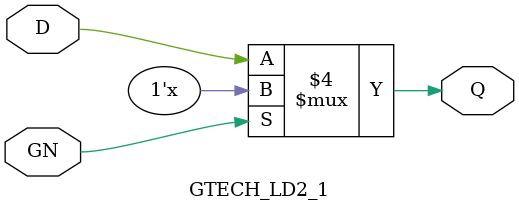
<source format=v>




module GTECH_LD2_1 (D, GN, Q); 
	input D, GN;
	output Q;

	reg Q;

        always @(GN or D)
        begin
            if (!GN) 
		Q = D;
        end

endmodule




</source>
